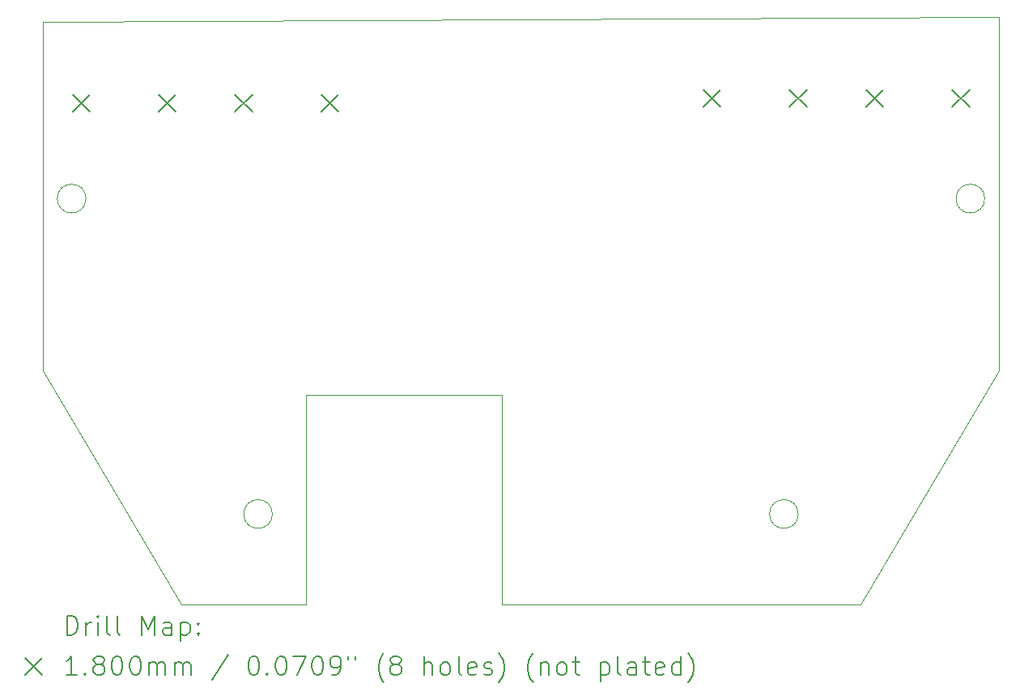
<source format=gbr>
%TF.GenerationSoftware,KiCad,Pcbnew,(6.0.9)*%
%TF.CreationDate,2023-02-05T16:32:44+11:00*%
%TF.ProjectId,RemoteController001,52656d6f-7465-4436-9f6e-74726f6c6c65,rev?*%
%TF.SameCoordinates,Original*%
%TF.FileFunction,Drillmap*%
%TF.FilePolarity,Positive*%
%FSLAX45Y45*%
G04 Gerber Fmt 4.5, Leading zero omitted, Abs format (unit mm)*
G04 Created by KiCad (PCBNEW (6.0.9)) date 2023-02-05 16:32:44*
%MOMM*%
%LPD*%
G01*
G04 APERTURE LIST*
%ADD10C,0.100000*%
%ADD11C,0.200000*%
%ADD12C,0.180000*%
G04 APERTURE END LIST*
D10*
X21000000Y-8900000D02*
G75*
G03*
X21000000Y-8900000I-150000J0D01*
G01*
X11600000Y-8900000D02*
G75*
G03*
X11600000Y-8900000I-150000J0D01*
G01*
X13550000Y-12200000D02*
G75*
G03*
X13550000Y-12200000I-150000J0D01*
G01*
X19050000Y-12200000D02*
G75*
G03*
X19050000Y-12200000I-150000J0D01*
G01*
X11150000Y-7050000D02*
X11150000Y-10700000D01*
X11150000Y-10700000D02*
X12600000Y-13150000D01*
X15950000Y-13150000D02*
X19700000Y-13150000D01*
X12600000Y-13150000D02*
X13900000Y-13150000D01*
X11150000Y-7050000D02*
X21150000Y-7000000D01*
X13900000Y-10950000D02*
X15950000Y-10950000D01*
X15950000Y-10950000D02*
X15950000Y-13150000D01*
X19700000Y-13150000D02*
X21150000Y-10700000D01*
X21150000Y-7000000D02*
X21150000Y-10700000D01*
X13900000Y-13150000D02*
X13900000Y-10950000D01*
D11*
D12*
X11460000Y-7810000D02*
X11640000Y-7990000D01*
X11640000Y-7810000D02*
X11460000Y-7990000D01*
X12360000Y-7810000D02*
X12540000Y-7990000D01*
X12540000Y-7810000D02*
X12360000Y-7990000D01*
X13160000Y-7810000D02*
X13340000Y-7990000D01*
X13340000Y-7810000D02*
X13160000Y-7990000D01*
X14060000Y-7810000D02*
X14240000Y-7990000D01*
X14240000Y-7810000D02*
X14060000Y-7990000D01*
X18060000Y-7760000D02*
X18240000Y-7940000D01*
X18240000Y-7760000D02*
X18060000Y-7940000D01*
X18960000Y-7760000D02*
X19140000Y-7940000D01*
X19140000Y-7760000D02*
X18960000Y-7940000D01*
X19760000Y-7760000D02*
X19940000Y-7940000D01*
X19940000Y-7760000D02*
X19760000Y-7940000D01*
X20660000Y-7760000D02*
X20840000Y-7940000D01*
X20840000Y-7760000D02*
X20660000Y-7940000D01*
D11*
X11402619Y-13465476D02*
X11402619Y-13265476D01*
X11450238Y-13265476D01*
X11478809Y-13275000D01*
X11497857Y-13294048D01*
X11507381Y-13313095D01*
X11516905Y-13351190D01*
X11516905Y-13379762D01*
X11507381Y-13417857D01*
X11497857Y-13436905D01*
X11478809Y-13455952D01*
X11450238Y-13465476D01*
X11402619Y-13465476D01*
X11602619Y-13465476D02*
X11602619Y-13332143D01*
X11602619Y-13370238D02*
X11612143Y-13351190D01*
X11621667Y-13341667D01*
X11640714Y-13332143D01*
X11659762Y-13332143D01*
X11726428Y-13465476D02*
X11726428Y-13332143D01*
X11726428Y-13265476D02*
X11716905Y-13275000D01*
X11726428Y-13284524D01*
X11735952Y-13275000D01*
X11726428Y-13265476D01*
X11726428Y-13284524D01*
X11850238Y-13465476D02*
X11831190Y-13455952D01*
X11821667Y-13436905D01*
X11821667Y-13265476D01*
X11955000Y-13465476D02*
X11935952Y-13455952D01*
X11926428Y-13436905D01*
X11926428Y-13265476D01*
X12183571Y-13465476D02*
X12183571Y-13265476D01*
X12250238Y-13408333D01*
X12316905Y-13265476D01*
X12316905Y-13465476D01*
X12497857Y-13465476D02*
X12497857Y-13360714D01*
X12488333Y-13341667D01*
X12469286Y-13332143D01*
X12431190Y-13332143D01*
X12412143Y-13341667D01*
X12497857Y-13455952D02*
X12478809Y-13465476D01*
X12431190Y-13465476D01*
X12412143Y-13455952D01*
X12402619Y-13436905D01*
X12402619Y-13417857D01*
X12412143Y-13398809D01*
X12431190Y-13389286D01*
X12478809Y-13389286D01*
X12497857Y-13379762D01*
X12593095Y-13332143D02*
X12593095Y-13532143D01*
X12593095Y-13341667D02*
X12612143Y-13332143D01*
X12650238Y-13332143D01*
X12669286Y-13341667D01*
X12678809Y-13351190D01*
X12688333Y-13370238D01*
X12688333Y-13427381D01*
X12678809Y-13446428D01*
X12669286Y-13455952D01*
X12650238Y-13465476D01*
X12612143Y-13465476D01*
X12593095Y-13455952D01*
X12774048Y-13446428D02*
X12783571Y-13455952D01*
X12774048Y-13465476D01*
X12764524Y-13455952D01*
X12774048Y-13446428D01*
X12774048Y-13465476D01*
X12774048Y-13341667D02*
X12783571Y-13351190D01*
X12774048Y-13360714D01*
X12764524Y-13351190D01*
X12774048Y-13341667D01*
X12774048Y-13360714D01*
D12*
X10965000Y-13705000D02*
X11145000Y-13885000D01*
X11145000Y-13705000D02*
X10965000Y-13885000D01*
D11*
X11507381Y-13885476D02*
X11393095Y-13885476D01*
X11450238Y-13885476D02*
X11450238Y-13685476D01*
X11431190Y-13714048D01*
X11412143Y-13733095D01*
X11393095Y-13742619D01*
X11593095Y-13866428D02*
X11602619Y-13875952D01*
X11593095Y-13885476D01*
X11583571Y-13875952D01*
X11593095Y-13866428D01*
X11593095Y-13885476D01*
X11716905Y-13771190D02*
X11697857Y-13761667D01*
X11688333Y-13752143D01*
X11678809Y-13733095D01*
X11678809Y-13723571D01*
X11688333Y-13704524D01*
X11697857Y-13695000D01*
X11716905Y-13685476D01*
X11755000Y-13685476D01*
X11774048Y-13695000D01*
X11783571Y-13704524D01*
X11793095Y-13723571D01*
X11793095Y-13733095D01*
X11783571Y-13752143D01*
X11774048Y-13761667D01*
X11755000Y-13771190D01*
X11716905Y-13771190D01*
X11697857Y-13780714D01*
X11688333Y-13790238D01*
X11678809Y-13809286D01*
X11678809Y-13847381D01*
X11688333Y-13866428D01*
X11697857Y-13875952D01*
X11716905Y-13885476D01*
X11755000Y-13885476D01*
X11774048Y-13875952D01*
X11783571Y-13866428D01*
X11793095Y-13847381D01*
X11793095Y-13809286D01*
X11783571Y-13790238D01*
X11774048Y-13780714D01*
X11755000Y-13771190D01*
X11916905Y-13685476D02*
X11935952Y-13685476D01*
X11955000Y-13695000D01*
X11964524Y-13704524D01*
X11974048Y-13723571D01*
X11983571Y-13761667D01*
X11983571Y-13809286D01*
X11974048Y-13847381D01*
X11964524Y-13866428D01*
X11955000Y-13875952D01*
X11935952Y-13885476D01*
X11916905Y-13885476D01*
X11897857Y-13875952D01*
X11888333Y-13866428D01*
X11878809Y-13847381D01*
X11869286Y-13809286D01*
X11869286Y-13761667D01*
X11878809Y-13723571D01*
X11888333Y-13704524D01*
X11897857Y-13695000D01*
X11916905Y-13685476D01*
X12107381Y-13685476D02*
X12126428Y-13685476D01*
X12145476Y-13695000D01*
X12155000Y-13704524D01*
X12164524Y-13723571D01*
X12174048Y-13761667D01*
X12174048Y-13809286D01*
X12164524Y-13847381D01*
X12155000Y-13866428D01*
X12145476Y-13875952D01*
X12126428Y-13885476D01*
X12107381Y-13885476D01*
X12088333Y-13875952D01*
X12078809Y-13866428D01*
X12069286Y-13847381D01*
X12059762Y-13809286D01*
X12059762Y-13761667D01*
X12069286Y-13723571D01*
X12078809Y-13704524D01*
X12088333Y-13695000D01*
X12107381Y-13685476D01*
X12259762Y-13885476D02*
X12259762Y-13752143D01*
X12259762Y-13771190D02*
X12269286Y-13761667D01*
X12288333Y-13752143D01*
X12316905Y-13752143D01*
X12335952Y-13761667D01*
X12345476Y-13780714D01*
X12345476Y-13885476D01*
X12345476Y-13780714D02*
X12355000Y-13761667D01*
X12374048Y-13752143D01*
X12402619Y-13752143D01*
X12421667Y-13761667D01*
X12431190Y-13780714D01*
X12431190Y-13885476D01*
X12526428Y-13885476D02*
X12526428Y-13752143D01*
X12526428Y-13771190D02*
X12535952Y-13761667D01*
X12555000Y-13752143D01*
X12583571Y-13752143D01*
X12602619Y-13761667D01*
X12612143Y-13780714D01*
X12612143Y-13885476D01*
X12612143Y-13780714D02*
X12621667Y-13761667D01*
X12640714Y-13752143D01*
X12669286Y-13752143D01*
X12688333Y-13761667D01*
X12697857Y-13780714D01*
X12697857Y-13885476D01*
X13088333Y-13675952D02*
X12916905Y-13933095D01*
X13345476Y-13685476D02*
X13364524Y-13685476D01*
X13383571Y-13695000D01*
X13393095Y-13704524D01*
X13402619Y-13723571D01*
X13412143Y-13761667D01*
X13412143Y-13809286D01*
X13402619Y-13847381D01*
X13393095Y-13866428D01*
X13383571Y-13875952D01*
X13364524Y-13885476D01*
X13345476Y-13885476D01*
X13326428Y-13875952D01*
X13316905Y-13866428D01*
X13307381Y-13847381D01*
X13297857Y-13809286D01*
X13297857Y-13761667D01*
X13307381Y-13723571D01*
X13316905Y-13704524D01*
X13326428Y-13695000D01*
X13345476Y-13685476D01*
X13497857Y-13866428D02*
X13507381Y-13875952D01*
X13497857Y-13885476D01*
X13488333Y-13875952D01*
X13497857Y-13866428D01*
X13497857Y-13885476D01*
X13631190Y-13685476D02*
X13650238Y-13685476D01*
X13669286Y-13695000D01*
X13678809Y-13704524D01*
X13688333Y-13723571D01*
X13697857Y-13761667D01*
X13697857Y-13809286D01*
X13688333Y-13847381D01*
X13678809Y-13866428D01*
X13669286Y-13875952D01*
X13650238Y-13885476D01*
X13631190Y-13885476D01*
X13612143Y-13875952D01*
X13602619Y-13866428D01*
X13593095Y-13847381D01*
X13583571Y-13809286D01*
X13583571Y-13761667D01*
X13593095Y-13723571D01*
X13602619Y-13704524D01*
X13612143Y-13695000D01*
X13631190Y-13685476D01*
X13764524Y-13685476D02*
X13897857Y-13685476D01*
X13812143Y-13885476D01*
X14012143Y-13685476D02*
X14031190Y-13685476D01*
X14050238Y-13695000D01*
X14059762Y-13704524D01*
X14069286Y-13723571D01*
X14078809Y-13761667D01*
X14078809Y-13809286D01*
X14069286Y-13847381D01*
X14059762Y-13866428D01*
X14050238Y-13875952D01*
X14031190Y-13885476D01*
X14012143Y-13885476D01*
X13993095Y-13875952D01*
X13983571Y-13866428D01*
X13974048Y-13847381D01*
X13964524Y-13809286D01*
X13964524Y-13761667D01*
X13974048Y-13723571D01*
X13983571Y-13704524D01*
X13993095Y-13695000D01*
X14012143Y-13685476D01*
X14174048Y-13885476D02*
X14212143Y-13885476D01*
X14231190Y-13875952D01*
X14240714Y-13866428D01*
X14259762Y-13837857D01*
X14269286Y-13799762D01*
X14269286Y-13723571D01*
X14259762Y-13704524D01*
X14250238Y-13695000D01*
X14231190Y-13685476D01*
X14193095Y-13685476D01*
X14174048Y-13695000D01*
X14164524Y-13704524D01*
X14155000Y-13723571D01*
X14155000Y-13771190D01*
X14164524Y-13790238D01*
X14174048Y-13799762D01*
X14193095Y-13809286D01*
X14231190Y-13809286D01*
X14250238Y-13799762D01*
X14259762Y-13790238D01*
X14269286Y-13771190D01*
X14345476Y-13685476D02*
X14345476Y-13723571D01*
X14421667Y-13685476D02*
X14421667Y-13723571D01*
X14716905Y-13961667D02*
X14707381Y-13952143D01*
X14688333Y-13923571D01*
X14678809Y-13904524D01*
X14669286Y-13875952D01*
X14659762Y-13828333D01*
X14659762Y-13790238D01*
X14669286Y-13742619D01*
X14678809Y-13714048D01*
X14688333Y-13695000D01*
X14707381Y-13666428D01*
X14716905Y-13656905D01*
X14821667Y-13771190D02*
X14802619Y-13761667D01*
X14793095Y-13752143D01*
X14783571Y-13733095D01*
X14783571Y-13723571D01*
X14793095Y-13704524D01*
X14802619Y-13695000D01*
X14821667Y-13685476D01*
X14859762Y-13685476D01*
X14878809Y-13695000D01*
X14888333Y-13704524D01*
X14897857Y-13723571D01*
X14897857Y-13733095D01*
X14888333Y-13752143D01*
X14878809Y-13761667D01*
X14859762Y-13771190D01*
X14821667Y-13771190D01*
X14802619Y-13780714D01*
X14793095Y-13790238D01*
X14783571Y-13809286D01*
X14783571Y-13847381D01*
X14793095Y-13866428D01*
X14802619Y-13875952D01*
X14821667Y-13885476D01*
X14859762Y-13885476D01*
X14878809Y-13875952D01*
X14888333Y-13866428D01*
X14897857Y-13847381D01*
X14897857Y-13809286D01*
X14888333Y-13790238D01*
X14878809Y-13780714D01*
X14859762Y-13771190D01*
X15135952Y-13885476D02*
X15135952Y-13685476D01*
X15221667Y-13885476D02*
X15221667Y-13780714D01*
X15212143Y-13761667D01*
X15193095Y-13752143D01*
X15164524Y-13752143D01*
X15145476Y-13761667D01*
X15135952Y-13771190D01*
X15345476Y-13885476D02*
X15326428Y-13875952D01*
X15316905Y-13866428D01*
X15307381Y-13847381D01*
X15307381Y-13790238D01*
X15316905Y-13771190D01*
X15326428Y-13761667D01*
X15345476Y-13752143D01*
X15374048Y-13752143D01*
X15393095Y-13761667D01*
X15402619Y-13771190D01*
X15412143Y-13790238D01*
X15412143Y-13847381D01*
X15402619Y-13866428D01*
X15393095Y-13875952D01*
X15374048Y-13885476D01*
X15345476Y-13885476D01*
X15526428Y-13885476D02*
X15507381Y-13875952D01*
X15497857Y-13856905D01*
X15497857Y-13685476D01*
X15678809Y-13875952D02*
X15659762Y-13885476D01*
X15621667Y-13885476D01*
X15602619Y-13875952D01*
X15593095Y-13856905D01*
X15593095Y-13780714D01*
X15602619Y-13761667D01*
X15621667Y-13752143D01*
X15659762Y-13752143D01*
X15678809Y-13761667D01*
X15688333Y-13780714D01*
X15688333Y-13799762D01*
X15593095Y-13818809D01*
X15764524Y-13875952D02*
X15783571Y-13885476D01*
X15821667Y-13885476D01*
X15840714Y-13875952D01*
X15850238Y-13856905D01*
X15850238Y-13847381D01*
X15840714Y-13828333D01*
X15821667Y-13818809D01*
X15793095Y-13818809D01*
X15774048Y-13809286D01*
X15764524Y-13790238D01*
X15764524Y-13780714D01*
X15774048Y-13761667D01*
X15793095Y-13752143D01*
X15821667Y-13752143D01*
X15840714Y-13761667D01*
X15916905Y-13961667D02*
X15926428Y-13952143D01*
X15945476Y-13923571D01*
X15955000Y-13904524D01*
X15964524Y-13875952D01*
X15974048Y-13828333D01*
X15974048Y-13790238D01*
X15964524Y-13742619D01*
X15955000Y-13714048D01*
X15945476Y-13695000D01*
X15926428Y-13666428D01*
X15916905Y-13656905D01*
X16278809Y-13961667D02*
X16269286Y-13952143D01*
X16250238Y-13923571D01*
X16240714Y-13904524D01*
X16231190Y-13875952D01*
X16221667Y-13828333D01*
X16221667Y-13790238D01*
X16231190Y-13742619D01*
X16240714Y-13714048D01*
X16250238Y-13695000D01*
X16269286Y-13666428D01*
X16278809Y-13656905D01*
X16355000Y-13752143D02*
X16355000Y-13885476D01*
X16355000Y-13771190D02*
X16364524Y-13761667D01*
X16383571Y-13752143D01*
X16412143Y-13752143D01*
X16431190Y-13761667D01*
X16440714Y-13780714D01*
X16440714Y-13885476D01*
X16564524Y-13885476D02*
X16545476Y-13875952D01*
X16535952Y-13866428D01*
X16526428Y-13847381D01*
X16526428Y-13790238D01*
X16535952Y-13771190D01*
X16545476Y-13761667D01*
X16564524Y-13752143D01*
X16593095Y-13752143D01*
X16612143Y-13761667D01*
X16621667Y-13771190D01*
X16631190Y-13790238D01*
X16631190Y-13847381D01*
X16621667Y-13866428D01*
X16612143Y-13875952D01*
X16593095Y-13885476D01*
X16564524Y-13885476D01*
X16688333Y-13752143D02*
X16764524Y-13752143D01*
X16716905Y-13685476D02*
X16716905Y-13856905D01*
X16726428Y-13875952D01*
X16745476Y-13885476D01*
X16764524Y-13885476D01*
X16983571Y-13752143D02*
X16983571Y-13952143D01*
X16983571Y-13761667D02*
X17002619Y-13752143D01*
X17040714Y-13752143D01*
X17059762Y-13761667D01*
X17069286Y-13771190D01*
X17078810Y-13790238D01*
X17078810Y-13847381D01*
X17069286Y-13866428D01*
X17059762Y-13875952D01*
X17040714Y-13885476D01*
X17002619Y-13885476D01*
X16983571Y-13875952D01*
X17193095Y-13885476D02*
X17174048Y-13875952D01*
X17164524Y-13856905D01*
X17164524Y-13685476D01*
X17355000Y-13885476D02*
X17355000Y-13780714D01*
X17345476Y-13761667D01*
X17326429Y-13752143D01*
X17288333Y-13752143D01*
X17269286Y-13761667D01*
X17355000Y-13875952D02*
X17335952Y-13885476D01*
X17288333Y-13885476D01*
X17269286Y-13875952D01*
X17259762Y-13856905D01*
X17259762Y-13837857D01*
X17269286Y-13818809D01*
X17288333Y-13809286D01*
X17335952Y-13809286D01*
X17355000Y-13799762D01*
X17421667Y-13752143D02*
X17497857Y-13752143D01*
X17450238Y-13685476D02*
X17450238Y-13856905D01*
X17459762Y-13875952D01*
X17478810Y-13885476D01*
X17497857Y-13885476D01*
X17640714Y-13875952D02*
X17621667Y-13885476D01*
X17583571Y-13885476D01*
X17564524Y-13875952D01*
X17555000Y-13856905D01*
X17555000Y-13780714D01*
X17564524Y-13761667D01*
X17583571Y-13752143D01*
X17621667Y-13752143D01*
X17640714Y-13761667D01*
X17650238Y-13780714D01*
X17650238Y-13799762D01*
X17555000Y-13818809D01*
X17821667Y-13885476D02*
X17821667Y-13685476D01*
X17821667Y-13875952D02*
X17802619Y-13885476D01*
X17764524Y-13885476D01*
X17745476Y-13875952D01*
X17735952Y-13866428D01*
X17726429Y-13847381D01*
X17726429Y-13790238D01*
X17735952Y-13771190D01*
X17745476Y-13761667D01*
X17764524Y-13752143D01*
X17802619Y-13752143D01*
X17821667Y-13761667D01*
X17897857Y-13961667D02*
X17907381Y-13952143D01*
X17926429Y-13923571D01*
X17935952Y-13904524D01*
X17945476Y-13875952D01*
X17955000Y-13828333D01*
X17955000Y-13790238D01*
X17945476Y-13742619D01*
X17935952Y-13714048D01*
X17926429Y-13695000D01*
X17907381Y-13666428D01*
X17897857Y-13656905D01*
M02*

</source>
